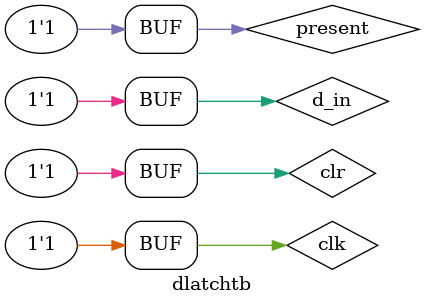
<source format=v>
`timescale 1ns/1ps
module dlatchtb;

wire q_out,q_bar;
reg d_in,clr,clk,present;
dlatchsync a1(d_in,clr,clk,present,q_out,q_bar);
initial
 begin 
#10 d_in= 'bx;clr= 'bx;clk=1'b0;present='bx;
#10 d_in= 'bx;clr=1'b0;clk=1'b1;present=1'b0;
#10 d_in= 'bx;clr=1'b1;clk=1'b1;present=1'b0;
#10 d_in= 'bx;clr=1'b0;clk=1'b1;present=1'b1;
#10 d_in= 1'b0;clr=1'b1;clk=1'b1;present=1'b1;
#10 d_in=1'b1;clr=1'b1;clk=1'b1;present=1'b1;
#10
#10 d_in= 'bx;clr= 'bx;clk=1'b0;present='bx;
#10 d_in= 'bx;clr=1'b0;clk=1'b1;present=1'b0;
#10 d_in= 'bx;clr=1'b1;clk=1'b1;present=1'b0;
#10 d_in= 'bx;clr=1'b0;clk=1'b1;present=1'b1;
#10 d_in= 1'b0;clr=1'b1;clk=1'b1;present=1'b1;
#10 d_in=1'b1;clr=1'b1;clk=1'b1;present=1'b1;


 end

endmodule

</source>
